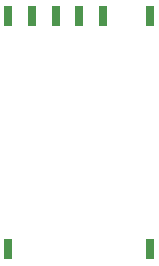
<source format=gbr>
G04 DipTrace 3.0.0.2*
G04 TopPaste.gbr*
%MOIN*%
G04 #@! TF.FileFunction,Paste,Top*
G04 #@! TF.Part,Single*
%ADD28R,0.031339X0.070709*%
%FSLAX26Y26*%
G04*
G70*
G90*
G75*
G01*
G04 TopPaste*
%LPD*%
D28*
X1165050Y451438D3*
X1007459Y1227234D3*
X1165050Y1227226D3*
X692609Y451438D3*
X928829Y1227029D3*
X850089D3*
X771349D3*
X692609D3*
M02*

</source>
